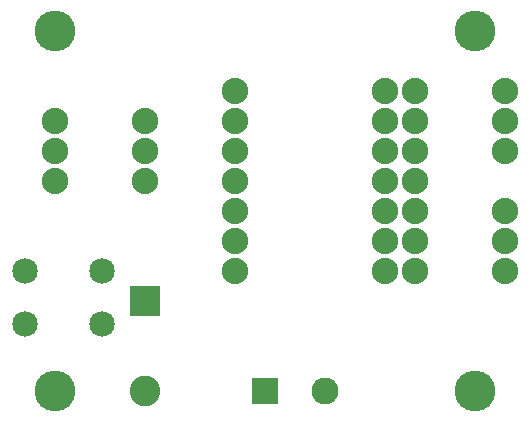
<source format=gbs>
G04 MADE WITH FRITZING*
G04 WWW.FRITZING.ORG*
G04 DOUBLE SIDED*
G04 HOLES PLATED*
G04 CONTOUR ON CENTER OF CONTOUR VECTOR*
%ASAXBY*%
%FSLAX23Y23*%
%MOIN*%
%OFA0B0*%
%SFA1.0B1.0*%
%ADD10C,0.085000*%
%ADD11C,0.102000*%
%ADD12C,0.135984*%
%ADD13C,0.090000*%
%ADD14C,0.088000*%
%ADD15R,0.102000X0.102000*%
%ADD16R,0.090000X0.089986*%
%LNMASK0*%
G90*
G70*
G54D10*
X359Y399D03*
X104Y399D03*
X359Y577D03*
X104Y577D03*
G54D11*
X504Y477D03*
X504Y177D03*
G54D12*
X1604Y177D03*
X1604Y1377D03*
X204Y177D03*
X204Y1377D03*
G54D13*
X904Y177D03*
X1104Y177D03*
G54D14*
X1404Y577D03*
X1404Y677D03*
X1404Y777D03*
X1404Y877D03*
X1404Y977D03*
X1404Y1077D03*
X1404Y1177D03*
X1704Y977D03*
X1704Y1077D03*
X1704Y1177D03*
X1704Y577D03*
X1704Y677D03*
X1704Y777D03*
X204Y877D03*
X204Y977D03*
X204Y1077D03*
X804Y577D03*
X804Y677D03*
X804Y777D03*
X804Y877D03*
X804Y977D03*
X804Y1077D03*
X804Y1177D03*
X1304Y577D03*
X1304Y677D03*
X1304Y777D03*
X1304Y877D03*
X1304Y977D03*
X1304Y1077D03*
X1304Y1177D03*
X504Y877D03*
X504Y977D03*
X504Y1077D03*
G54D15*
X504Y477D03*
G54D16*
X904Y177D03*
G04 End of Mask0*
M02*
</source>
